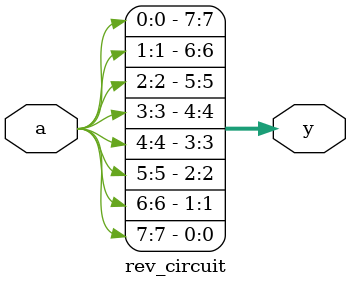
<source format=v>
module rev_circuit (
    input wire [7:0] a,
    output wire [7:0] y
);

// reverses no matter what

assign y = {a[0], a[1], a[2], a[3], a[4], a[5], a[6], a[7]};

endmodule
</source>
